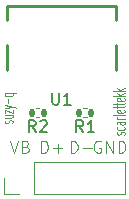
<source format=gbr>
%TF.GenerationSoftware,KiCad,Pcbnew,8.0.4*%
%TF.CreationDate,2024-08-12T16:37:48-04:00*%
%TF.ProjectId,suzyq,73757a79-712e-46b6-9963-61645f706362,rev?*%
%TF.SameCoordinates,Original*%
%TF.FileFunction,Legend,Top*%
%TF.FilePolarity,Positive*%
%FSLAX46Y46*%
G04 Gerber Fmt 4.6, Leading zero omitted, Abs format (unit mm)*
G04 Created by KiCad (PCBNEW 8.0.4) date 2024-08-12 16:37:48*
%MOMM*%
%LPD*%
G01*
G04 APERTURE LIST*
G04 Aperture macros list*
%AMRoundRect*
0 Rectangle with rounded corners*
0 $1 Rounding radius*
0 $2 $3 $4 $5 $6 $7 $8 $9 X,Y pos of 4 corners*
0 Add a 4 corners polygon primitive as box body*
4,1,4,$2,$3,$4,$5,$6,$7,$8,$9,$2,$3,0*
0 Add four circle primitives for the rounded corners*
1,1,$1+$1,$2,$3*
1,1,$1+$1,$4,$5*
1,1,$1+$1,$6,$7*
1,1,$1+$1,$8,$9*
0 Add four rect primitives between the rounded corners*
20,1,$1+$1,$2,$3,$4,$5,0*
20,1,$1+$1,$4,$5,$6,$7,0*
20,1,$1+$1,$6,$7,$8,$9,0*
20,1,$1+$1,$8,$9,$2,$3,0*%
G04 Aperture macros list end*
%ADD10C,0.100000*%
%ADD11C,0.150000*%
%ADD12C,0.120000*%
%ADD13C,0.254000*%
%ADD14RoundRect,0.135000X0.135000X0.185000X-0.135000X0.185000X-0.135000X-0.185000X0.135000X-0.185000X0*%
%ADD15R,0.500000X1.200000*%
%ADD16R,0.250000X1.200000*%
%ADD17O,0.800000X1.400000*%
%ADD18O,0.800000X1.800000*%
%ADD19R,1.700000X1.700000*%
%ADD20O,1.700000X1.700000*%
G04 APERTURE END LIST*
D10*
X64324800Y-37838972D02*
X64372419Y-37791353D01*
X64372419Y-37791353D02*
X64372419Y-37696115D01*
X64372419Y-37696115D02*
X64324800Y-37648496D01*
X64324800Y-37648496D02*
X64229561Y-37624687D01*
X64229561Y-37624687D02*
X64181942Y-37624687D01*
X64181942Y-37624687D02*
X64086704Y-37648496D01*
X64086704Y-37648496D02*
X64039085Y-37696115D01*
X64039085Y-37696115D02*
X64039085Y-37767544D01*
X64039085Y-37767544D02*
X63991466Y-37815163D01*
X63991466Y-37815163D02*
X63896228Y-37838972D01*
X63896228Y-37838972D02*
X63848609Y-37838972D01*
X63848609Y-37838972D02*
X63753371Y-37815163D01*
X63753371Y-37815163D02*
X63705752Y-37767544D01*
X63705752Y-37767544D02*
X63705752Y-37696115D01*
X63705752Y-37696115D02*
X63753371Y-37648496D01*
X64324800Y-37196115D02*
X64372419Y-37243734D01*
X64372419Y-37243734D02*
X64372419Y-37338972D01*
X64372419Y-37338972D02*
X64324800Y-37386591D01*
X64324800Y-37386591D02*
X64277180Y-37410401D01*
X64277180Y-37410401D02*
X64181942Y-37434210D01*
X64181942Y-37434210D02*
X63896228Y-37434210D01*
X63896228Y-37434210D02*
X63800990Y-37410401D01*
X63800990Y-37410401D02*
X63753371Y-37386591D01*
X63753371Y-37386591D02*
X63705752Y-37338972D01*
X63705752Y-37338972D02*
X63705752Y-37243734D01*
X63705752Y-37243734D02*
X63753371Y-37196115D01*
X64372419Y-36767544D02*
X63848609Y-36767544D01*
X63848609Y-36767544D02*
X63753371Y-36791354D01*
X63753371Y-36791354D02*
X63705752Y-36838973D01*
X63705752Y-36838973D02*
X63705752Y-36934211D01*
X63705752Y-36934211D02*
X63753371Y-36981830D01*
X64324800Y-36767544D02*
X64372419Y-36815163D01*
X64372419Y-36815163D02*
X64372419Y-36934211D01*
X64372419Y-36934211D02*
X64324800Y-36981830D01*
X64324800Y-36981830D02*
X64229561Y-37005639D01*
X64229561Y-37005639D02*
X64134323Y-37005639D01*
X64134323Y-37005639D02*
X64039085Y-36981830D01*
X64039085Y-36981830D02*
X63991466Y-36934211D01*
X63991466Y-36934211D02*
X63991466Y-36815163D01*
X63991466Y-36815163D02*
X63943847Y-36767544D01*
X64372419Y-36529449D02*
X63705752Y-36529449D01*
X63896228Y-36529449D02*
X63800990Y-36505639D01*
X63800990Y-36505639D02*
X63753371Y-36481830D01*
X63753371Y-36481830D02*
X63705752Y-36434211D01*
X63705752Y-36434211D02*
X63705752Y-36386592D01*
X64372419Y-36148496D02*
X64324800Y-36196115D01*
X64324800Y-36196115D02*
X64229561Y-36219925D01*
X64229561Y-36219925D02*
X63372419Y-36219925D01*
X64324800Y-35767544D02*
X64372419Y-35815163D01*
X64372419Y-35815163D02*
X64372419Y-35910401D01*
X64372419Y-35910401D02*
X64324800Y-35958020D01*
X64324800Y-35958020D02*
X64229561Y-35981829D01*
X64229561Y-35981829D02*
X63848609Y-35981829D01*
X63848609Y-35981829D02*
X63753371Y-35958020D01*
X63753371Y-35958020D02*
X63705752Y-35910401D01*
X63705752Y-35910401D02*
X63705752Y-35815163D01*
X63705752Y-35815163D02*
X63753371Y-35767544D01*
X63753371Y-35767544D02*
X63848609Y-35743734D01*
X63848609Y-35743734D02*
X63943847Y-35743734D01*
X63943847Y-35743734D02*
X64039085Y-35981829D01*
X63705752Y-35600877D02*
X63705752Y-35410401D01*
X63372419Y-35529449D02*
X64229561Y-35529449D01*
X64229561Y-35529449D02*
X64324800Y-35505639D01*
X64324800Y-35505639D02*
X64372419Y-35458020D01*
X64372419Y-35458020D02*
X64372419Y-35410401D01*
X63705752Y-35315163D02*
X63705752Y-35124687D01*
X63372419Y-35243735D02*
X64229561Y-35243735D01*
X64229561Y-35243735D02*
X64324800Y-35219925D01*
X64324800Y-35219925D02*
X64372419Y-35172306D01*
X64372419Y-35172306D02*
X64372419Y-35124687D01*
X64324800Y-34767545D02*
X64372419Y-34815164D01*
X64372419Y-34815164D02*
X64372419Y-34910402D01*
X64372419Y-34910402D02*
X64324800Y-34958021D01*
X64324800Y-34958021D02*
X64229561Y-34981830D01*
X64229561Y-34981830D02*
X63848609Y-34981830D01*
X63848609Y-34981830D02*
X63753371Y-34958021D01*
X63753371Y-34958021D02*
X63705752Y-34910402D01*
X63705752Y-34910402D02*
X63705752Y-34815164D01*
X63705752Y-34815164D02*
X63753371Y-34767545D01*
X63753371Y-34767545D02*
X63848609Y-34743735D01*
X63848609Y-34743735D02*
X63943847Y-34743735D01*
X63943847Y-34743735D02*
X64039085Y-34981830D01*
X64372419Y-34529450D02*
X63372419Y-34529450D01*
X63991466Y-34481831D02*
X64372419Y-34338974D01*
X63705752Y-34338974D02*
X64086704Y-34529450D01*
X64372419Y-34124688D02*
X63372419Y-34124688D01*
X63991466Y-34077069D02*
X64372419Y-33934212D01*
X63705752Y-33934212D02*
X64086704Y-34124688D01*
X54824800Y-36838972D02*
X54872419Y-36791353D01*
X54872419Y-36791353D02*
X54872419Y-36696115D01*
X54872419Y-36696115D02*
X54824800Y-36648496D01*
X54824800Y-36648496D02*
X54729561Y-36624687D01*
X54729561Y-36624687D02*
X54681942Y-36624687D01*
X54681942Y-36624687D02*
X54586704Y-36648496D01*
X54586704Y-36648496D02*
X54539085Y-36696115D01*
X54539085Y-36696115D02*
X54539085Y-36767544D01*
X54539085Y-36767544D02*
X54491466Y-36815163D01*
X54491466Y-36815163D02*
X54396228Y-36838972D01*
X54396228Y-36838972D02*
X54348609Y-36838972D01*
X54348609Y-36838972D02*
X54253371Y-36815163D01*
X54253371Y-36815163D02*
X54205752Y-36767544D01*
X54205752Y-36767544D02*
X54205752Y-36696115D01*
X54205752Y-36696115D02*
X54253371Y-36648496D01*
X54205752Y-36196115D02*
X54872419Y-36196115D01*
X54205752Y-36410401D02*
X54729561Y-36410401D01*
X54729561Y-36410401D02*
X54824800Y-36386591D01*
X54824800Y-36386591D02*
X54872419Y-36338972D01*
X54872419Y-36338972D02*
X54872419Y-36267544D01*
X54872419Y-36267544D02*
X54824800Y-36219925D01*
X54824800Y-36219925D02*
X54777180Y-36196115D01*
X54205752Y-36005639D02*
X54205752Y-35743734D01*
X54205752Y-35743734D02*
X54872419Y-36005639D01*
X54872419Y-36005639D02*
X54872419Y-35743734D01*
X54205752Y-35600877D02*
X54872419Y-35481829D01*
X54205752Y-35362782D02*
X54872419Y-35481829D01*
X54872419Y-35481829D02*
X55110514Y-35529448D01*
X55110514Y-35529448D02*
X55158133Y-35553258D01*
X55158133Y-35553258D02*
X55205752Y-35600877D01*
X54491466Y-35172306D02*
X54491466Y-34791354D01*
X54205752Y-34338972D02*
X55205752Y-34338972D01*
X54824800Y-34338972D02*
X54872419Y-34386591D01*
X54872419Y-34386591D02*
X54872419Y-34481829D01*
X54872419Y-34481829D02*
X54824800Y-34529448D01*
X54824800Y-34529448D02*
X54777180Y-34553258D01*
X54777180Y-34553258D02*
X54681942Y-34577067D01*
X54681942Y-34577067D02*
X54396228Y-34577067D01*
X54396228Y-34577067D02*
X54300990Y-34553258D01*
X54300990Y-34553258D02*
X54253371Y-34529448D01*
X54253371Y-34529448D02*
X54205752Y-34481829D01*
X54205752Y-34481829D02*
X54205752Y-34386591D01*
X54205752Y-34386591D02*
X54253371Y-34338972D01*
X62327693Y-38420038D02*
X62232455Y-38372419D01*
X62232455Y-38372419D02*
X62089598Y-38372419D01*
X62089598Y-38372419D02*
X61946741Y-38420038D01*
X61946741Y-38420038D02*
X61851503Y-38515276D01*
X61851503Y-38515276D02*
X61803884Y-38610514D01*
X61803884Y-38610514D02*
X61756265Y-38800990D01*
X61756265Y-38800990D02*
X61756265Y-38943847D01*
X61756265Y-38943847D02*
X61803884Y-39134323D01*
X61803884Y-39134323D02*
X61851503Y-39229561D01*
X61851503Y-39229561D02*
X61946741Y-39324800D01*
X61946741Y-39324800D02*
X62089598Y-39372419D01*
X62089598Y-39372419D02*
X62184836Y-39372419D01*
X62184836Y-39372419D02*
X62327693Y-39324800D01*
X62327693Y-39324800D02*
X62375312Y-39277180D01*
X62375312Y-39277180D02*
X62375312Y-38943847D01*
X62375312Y-38943847D02*
X62184836Y-38943847D01*
X62803884Y-39372419D02*
X62803884Y-38372419D01*
X62803884Y-38372419D02*
X63375312Y-39372419D01*
X63375312Y-39372419D02*
X63375312Y-38372419D01*
X63851503Y-39372419D02*
X63851503Y-38372419D01*
X63851503Y-38372419D02*
X64089598Y-38372419D01*
X64089598Y-38372419D02*
X64232455Y-38420038D01*
X64232455Y-38420038D02*
X64327693Y-38515276D01*
X64327693Y-38515276D02*
X64375312Y-38610514D01*
X64375312Y-38610514D02*
X64422931Y-38800990D01*
X64422931Y-38800990D02*
X64422931Y-38943847D01*
X64422931Y-38943847D02*
X64375312Y-39134323D01*
X64375312Y-39134323D02*
X64327693Y-39229561D01*
X64327693Y-39229561D02*
X64232455Y-39324800D01*
X64232455Y-39324800D02*
X64089598Y-39372419D01*
X64089598Y-39372419D02*
X63851503Y-39372419D01*
X59803884Y-39372419D02*
X59803884Y-38372419D01*
X59803884Y-38372419D02*
X60041979Y-38372419D01*
X60041979Y-38372419D02*
X60184836Y-38420038D01*
X60184836Y-38420038D02*
X60280074Y-38515276D01*
X60280074Y-38515276D02*
X60327693Y-38610514D01*
X60327693Y-38610514D02*
X60375312Y-38800990D01*
X60375312Y-38800990D02*
X60375312Y-38943847D01*
X60375312Y-38943847D02*
X60327693Y-39134323D01*
X60327693Y-39134323D02*
X60280074Y-39229561D01*
X60280074Y-39229561D02*
X60184836Y-39324800D01*
X60184836Y-39324800D02*
X60041979Y-39372419D01*
X60041979Y-39372419D02*
X59803884Y-39372419D01*
X60803884Y-38991466D02*
X61565789Y-38991466D01*
X57303884Y-39372419D02*
X57303884Y-38372419D01*
X57303884Y-38372419D02*
X57541979Y-38372419D01*
X57541979Y-38372419D02*
X57684836Y-38420038D01*
X57684836Y-38420038D02*
X57780074Y-38515276D01*
X57780074Y-38515276D02*
X57827693Y-38610514D01*
X57827693Y-38610514D02*
X57875312Y-38800990D01*
X57875312Y-38800990D02*
X57875312Y-38943847D01*
X57875312Y-38943847D02*
X57827693Y-39134323D01*
X57827693Y-39134323D02*
X57780074Y-39229561D01*
X57780074Y-39229561D02*
X57684836Y-39324800D01*
X57684836Y-39324800D02*
X57541979Y-39372419D01*
X57541979Y-39372419D02*
X57303884Y-39372419D01*
X58303884Y-38991466D02*
X59065789Y-38991466D01*
X58684836Y-39372419D02*
X58684836Y-38610514D01*
X54661027Y-38372419D02*
X54994360Y-39372419D01*
X54994360Y-39372419D02*
X55327693Y-38372419D01*
X55994360Y-38848609D02*
X56137217Y-38896228D01*
X56137217Y-38896228D02*
X56184836Y-38943847D01*
X56184836Y-38943847D02*
X56232455Y-39039085D01*
X56232455Y-39039085D02*
X56232455Y-39181942D01*
X56232455Y-39181942D02*
X56184836Y-39277180D01*
X56184836Y-39277180D02*
X56137217Y-39324800D01*
X56137217Y-39324800D02*
X56041979Y-39372419D01*
X56041979Y-39372419D02*
X55661027Y-39372419D01*
X55661027Y-39372419D02*
X55661027Y-38372419D01*
X55661027Y-38372419D02*
X55994360Y-38372419D01*
X55994360Y-38372419D02*
X56089598Y-38420038D01*
X56089598Y-38420038D02*
X56137217Y-38467657D01*
X56137217Y-38467657D02*
X56184836Y-38562895D01*
X56184836Y-38562895D02*
X56184836Y-38658133D01*
X56184836Y-38658133D02*
X56137217Y-38753371D01*
X56137217Y-38753371D02*
X56089598Y-38800990D01*
X56089598Y-38800990D02*
X55994360Y-38848609D01*
X55994360Y-38848609D02*
X55661027Y-38848609D01*
D11*
X56823333Y-37624819D02*
X56490000Y-37148628D01*
X56251905Y-37624819D02*
X56251905Y-36624819D01*
X56251905Y-36624819D02*
X56632857Y-36624819D01*
X56632857Y-36624819D02*
X56728095Y-36672438D01*
X56728095Y-36672438D02*
X56775714Y-36720057D01*
X56775714Y-36720057D02*
X56823333Y-36815295D01*
X56823333Y-36815295D02*
X56823333Y-36958152D01*
X56823333Y-36958152D02*
X56775714Y-37053390D01*
X56775714Y-37053390D02*
X56728095Y-37101009D01*
X56728095Y-37101009D02*
X56632857Y-37148628D01*
X56632857Y-37148628D02*
X56251905Y-37148628D01*
X57204286Y-36720057D02*
X57251905Y-36672438D01*
X57251905Y-36672438D02*
X57347143Y-36624819D01*
X57347143Y-36624819D02*
X57585238Y-36624819D01*
X57585238Y-36624819D02*
X57680476Y-36672438D01*
X57680476Y-36672438D02*
X57728095Y-36720057D01*
X57728095Y-36720057D02*
X57775714Y-36815295D01*
X57775714Y-36815295D02*
X57775714Y-36910533D01*
X57775714Y-36910533D02*
X57728095Y-37053390D01*
X57728095Y-37053390D02*
X57156667Y-37624819D01*
X57156667Y-37624819D02*
X57775714Y-37624819D01*
X58238095Y-34309319D02*
X58238095Y-35118842D01*
X58238095Y-35118842D02*
X58285714Y-35214080D01*
X58285714Y-35214080D02*
X58333333Y-35261700D01*
X58333333Y-35261700D02*
X58428571Y-35309319D01*
X58428571Y-35309319D02*
X58619047Y-35309319D01*
X58619047Y-35309319D02*
X58714285Y-35261700D01*
X58714285Y-35261700D02*
X58761904Y-35214080D01*
X58761904Y-35214080D02*
X58809523Y-35118842D01*
X58809523Y-35118842D02*
X58809523Y-34309319D01*
X59809523Y-35309319D02*
X59238095Y-35309319D01*
X59523809Y-35309319D02*
X59523809Y-34309319D01*
X59523809Y-34309319D02*
X59428571Y-34452176D01*
X59428571Y-34452176D02*
X59333333Y-34547414D01*
X59333333Y-34547414D02*
X59238095Y-34595033D01*
X60843333Y-37624819D02*
X60510000Y-37148628D01*
X60271905Y-37624819D02*
X60271905Y-36624819D01*
X60271905Y-36624819D02*
X60652857Y-36624819D01*
X60652857Y-36624819D02*
X60748095Y-36672438D01*
X60748095Y-36672438D02*
X60795714Y-36720057D01*
X60795714Y-36720057D02*
X60843333Y-36815295D01*
X60843333Y-36815295D02*
X60843333Y-36958152D01*
X60843333Y-36958152D02*
X60795714Y-37053390D01*
X60795714Y-37053390D02*
X60748095Y-37101009D01*
X60748095Y-37101009D02*
X60652857Y-37148628D01*
X60652857Y-37148628D02*
X60271905Y-37148628D01*
X61795714Y-37624819D02*
X61224286Y-37624819D01*
X61510000Y-37624819D02*
X61510000Y-36624819D01*
X61510000Y-36624819D02*
X61414762Y-36767676D01*
X61414762Y-36767676D02*
X61319524Y-36862914D01*
X61319524Y-36862914D02*
X61224286Y-36910533D01*
D12*
%TO.C,R2*%
X57143641Y-35620000D02*
X56836359Y-35620000D01*
X57143641Y-36380000D02*
X56836359Y-36380000D01*
D13*
%TO.C,U1*%
X54391000Y-32343500D02*
X54391000Y-30266000D01*
X54401000Y-26972500D02*
X63605000Y-26974500D01*
X54401000Y-28143500D02*
X54401000Y-26972500D01*
X63605000Y-26974500D02*
X63605000Y-28162500D01*
X63609000Y-30244500D02*
X63609000Y-32361500D01*
D12*
%TO.C,R1*%
X61163641Y-36380000D02*
X60856359Y-36380000D01*
X61163641Y-35620000D02*
X60856359Y-35620000D01*
%TO.C,J1*%
X54130000Y-42830000D02*
X54130000Y-41500000D01*
X55460000Y-42830000D02*
X54130000Y-42830000D01*
X56730000Y-42830000D02*
X64410000Y-42830000D01*
X56730000Y-42830000D02*
X56730000Y-40170000D01*
X64410000Y-42830000D02*
X64410000Y-40170000D01*
X56730000Y-40170000D02*
X64410000Y-40170000D01*
%TD*%
%LPC*%
D14*
%TO.C,R2*%
X56480000Y-36000000D03*
X57500000Y-36000000D03*
%TD*%
D15*
%TO.C,U1*%
X62199000Y-33554500D03*
X61399000Y-33554500D03*
D16*
X60749000Y-33554500D03*
X60249000Y-33554500D03*
X59749000Y-33554500D03*
X59249000Y-33554500D03*
X58749000Y-33554500D03*
X58249000Y-33554500D03*
X57749000Y-33554500D03*
X57249000Y-33554500D03*
D15*
X56599000Y-33554500D03*
X55799000Y-33554500D03*
D17*
X54679000Y-33204500D03*
D18*
X54679000Y-29204500D03*
X63319000Y-29204500D03*
D17*
X63319000Y-33204500D03*
%TD*%
D14*
%TO.C,R1*%
X61520000Y-36000000D03*
X60500000Y-36000000D03*
%TD*%
D19*
%TO.C,J1*%
X55460000Y-41500000D03*
D20*
X58000000Y-41500000D03*
X60540000Y-41500000D03*
X63080000Y-41500000D03*
%TD*%
%LPD*%
M02*

</source>
